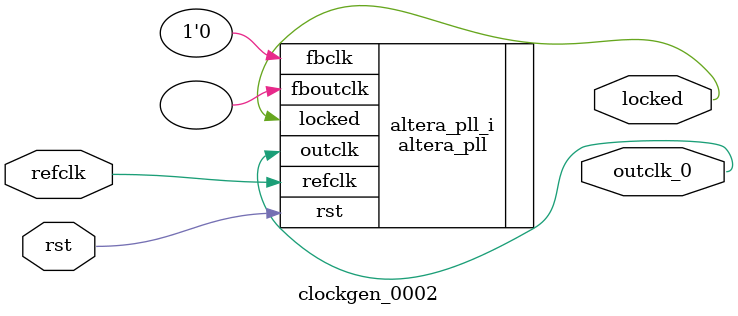
<source format=v>
`timescale 1ns/10ps
module  clockgen_0002(

	// interface 'refclk'
	input wire refclk,

	// interface 'reset'
	input wire rst,

	// interface 'outclk0'
	output wire outclk_0,

	// interface 'locked'
	output wire locked
);

	altera_pll #(
		.fractional_vco_multiplier("false"),
		.reference_clock_frequency("50.0 MHz"),
		.operation_mode("direct"),
		.number_of_clocks(1),
		.output_clock_frequency0("75.000000 MHz"),
		.phase_shift0("0 ps"),
		.duty_cycle0(50),
		.output_clock_frequency1("0 MHz"),
		.phase_shift1("0 ps"),
		.duty_cycle1(50),
		.output_clock_frequency2("0 MHz"),
		.phase_shift2("0 ps"),
		.duty_cycle2(50),
		.output_clock_frequency3("0 MHz"),
		.phase_shift3("0 ps"),
		.duty_cycle3(50),
		.output_clock_frequency4("0 MHz"),
		.phase_shift4("0 ps"),
		.duty_cycle4(50),
		.output_clock_frequency5("0 MHz"),
		.phase_shift5("0 ps"),
		.duty_cycle5(50),
		.output_clock_frequency6("0 MHz"),
		.phase_shift6("0 ps"),
		.duty_cycle6(50),
		.output_clock_frequency7("0 MHz"),
		.phase_shift7("0 ps"),
		.duty_cycle7(50),
		.output_clock_frequency8("0 MHz"),
		.phase_shift8("0 ps"),
		.duty_cycle8(50),
		.output_clock_frequency9("0 MHz"),
		.phase_shift9("0 ps"),
		.duty_cycle9(50),
		.output_clock_frequency10("0 MHz"),
		.phase_shift10("0 ps"),
		.duty_cycle10(50),
		.output_clock_frequency11("0 MHz"),
		.phase_shift11("0 ps"),
		.duty_cycle11(50),
		.output_clock_frequency12("0 MHz"),
		.phase_shift12("0 ps"),
		.duty_cycle12(50),
		.output_clock_frequency13("0 MHz"),
		.phase_shift13("0 ps"),
		.duty_cycle13(50),
		.output_clock_frequency14("0 MHz"),
		.phase_shift14("0 ps"),
		.duty_cycle14(50),
		.output_clock_frequency15("0 MHz"),
		.phase_shift15("0 ps"),
		.duty_cycle15(50),
		.output_clock_frequency16("0 MHz"),
		.phase_shift16("0 ps"),
		.duty_cycle16(50),
		.output_clock_frequency17("0 MHz"),
		.phase_shift17("0 ps"),
		.duty_cycle17(50),
		.pll_type("General"),
		.pll_subtype("General")
	) altera_pll_i (
		.rst	(rst),
		.outclk	({outclk_0}),
		.locked	(locked),
		.fboutclk	( ),
		.fbclk	(1'b0),
		.refclk	(refclk)
	);
endmodule


</source>
